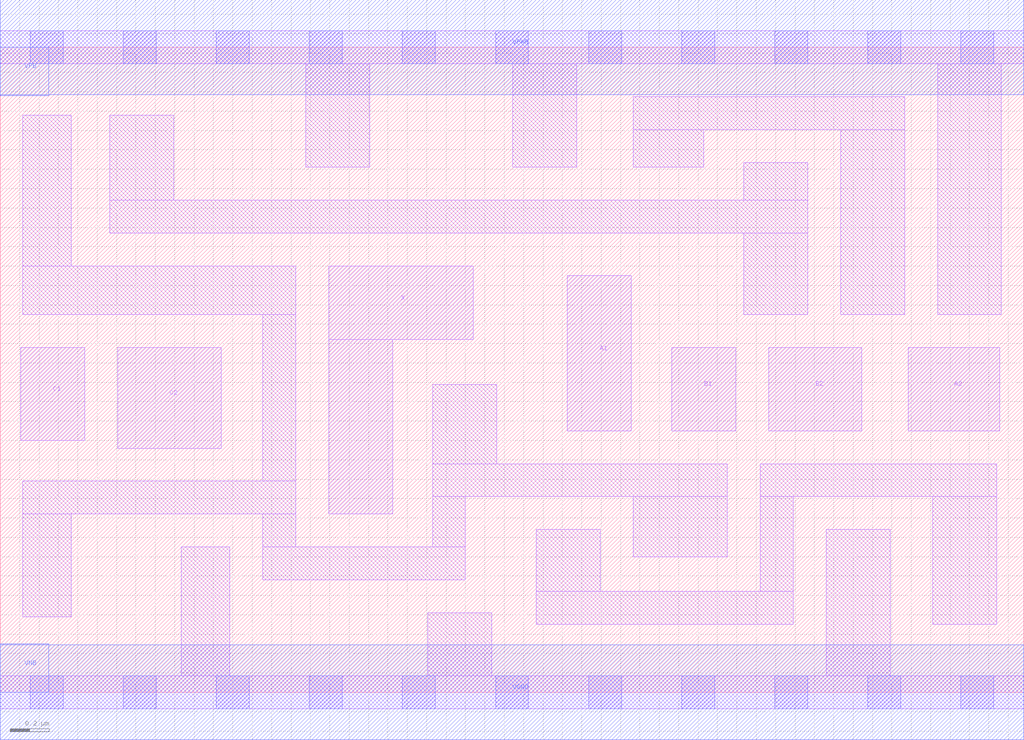
<source format=lef>
# Copyright 2020 The SkyWater PDK Authors
#
# Licensed under the Apache License, Version 2.0 (the "License");
# you may not use this file except in compliance with the License.
# You may obtain a copy of the License at
#
#     https://www.apache.org/licenses/LICENSE-2.0
#
# Unless required by applicable law or agreed to in writing, software
# distributed under the License is distributed on an "AS IS" BASIS,
# WITHOUT WARRANTIES OR CONDITIONS OF ANY KIND, either express or implied.
# See the License for the specific language governing permissions and
# limitations under the License.
#
# SPDX-License-Identifier: Apache-2.0

VERSION 5.5 ;
NAMESCASESENSITIVE ON ;
BUSBITCHARS "[]" ;
DIVIDERCHAR "/" ;
MACRO sky130_fd_sc_ms__a222o_2
  CLASS CORE ;
  SOURCE USER ;
  ORIGIN  0.000000  0.000000 ;
  SIZE  5.280000 BY  3.330000 ;
  SYMMETRY X Y ;
  SITE unit ;
  PIN A1
    ANTENNAGATEAREA  0.246000 ;
    DIRECTION INPUT ;
    USE SIGNAL ;
    PORT
      LAYER li1 ;
        RECT 2.925000 1.350000 3.255000 2.150000 ;
    END
  END A1
  PIN A2
    ANTENNAGATEAREA  0.246000 ;
    DIRECTION INPUT ;
    USE SIGNAL ;
    PORT
      LAYER li1 ;
        RECT 4.685000 1.350000 5.155000 1.780000 ;
    END
  END A2
  PIN B1
    ANTENNAGATEAREA  0.246000 ;
    DIRECTION INPUT ;
    USE SIGNAL ;
    PORT
      LAYER li1 ;
        RECT 3.465000 1.350000 3.795000 1.780000 ;
    END
  END B1
  PIN B2
    ANTENNAGATEAREA  0.246000 ;
    DIRECTION INPUT ;
    USE SIGNAL ;
    PORT
      LAYER li1 ;
        RECT 3.965000 1.350000 4.445000 1.780000 ;
    END
  END B2
  PIN C1
    ANTENNAGATEAREA  0.246000 ;
    DIRECTION INPUT ;
    USE SIGNAL ;
    PORT
      LAYER li1 ;
        RECT 0.105000 1.300000 0.435000 1.780000 ;
    END
  END C1
  PIN C2
    ANTENNAGATEAREA  0.246000 ;
    DIRECTION INPUT ;
    USE SIGNAL ;
    PORT
      LAYER li1 ;
        RECT 0.605000 1.260000 1.140000 1.780000 ;
    END
  END C2
  PIN X
    ANTENNADIFFAREA  0.543200 ;
    DIRECTION OUTPUT ;
    USE SIGNAL ;
    PORT
      LAYER li1 ;
        RECT 1.695000 0.920000 2.025000 1.820000 ;
        RECT 1.695000 1.820000 2.440000 2.200000 ;
    END
  END X
  PIN VGND
    DIRECTION INOUT ;
    USE GROUND ;
    PORT
      LAYER met1 ;
        RECT 0.000000 -0.245000 5.280000 0.245000 ;
    END
  END VGND
  PIN VNB
    DIRECTION INOUT ;
    USE GROUND ;
    PORT
      LAYER met1 ;
        RECT 0.000000 0.000000 0.250000 0.250000 ;
    END
  END VNB
  PIN VPB
    DIRECTION INOUT ;
    USE POWER ;
    PORT
      LAYER met1 ;
        RECT 0.000000 3.080000 0.250000 3.330000 ;
    END
  END VPB
  PIN VPWR
    DIRECTION INOUT ;
    USE POWER ;
    PORT
      LAYER met1 ;
        RECT 0.000000 3.085000 5.280000 3.575000 ;
    END
  END VPWR
  OBS
    LAYER li1 ;
      RECT 0.000000 -0.085000 5.280000 0.085000 ;
      RECT 0.000000  3.245000 5.280000 3.415000 ;
      RECT 0.115000  0.390000 0.365000 0.920000 ;
      RECT 0.115000  0.920000 1.525000 1.090000 ;
      RECT 0.115000  1.950000 1.525000 2.200000 ;
      RECT 0.115000  2.200000 0.365000 2.980000 ;
      RECT 0.565000  2.370000 4.165000 2.540000 ;
      RECT 0.565000  2.540000 0.895000 2.980000 ;
      RECT 0.935000  0.085000 1.185000 0.750000 ;
      RECT 1.355000  0.580000 2.400000 0.750000 ;
      RECT 1.355000  0.750000 1.525000 0.920000 ;
      RECT 1.355000  1.090000 1.525000 1.950000 ;
      RECT 1.575000  2.710000 1.905000 3.245000 ;
      RECT 2.205000  0.085000 2.535000 0.410000 ;
      RECT 2.230000  0.750000 2.400000 1.010000 ;
      RECT 2.230000  1.010000 3.750000 1.180000 ;
      RECT 2.230000  1.180000 2.560000 1.590000 ;
      RECT 2.645000  2.710000 2.975000 3.245000 ;
      RECT 2.765000  0.350000 4.090000 0.520000 ;
      RECT 2.765000  0.520000 3.095000 0.840000 ;
      RECT 3.265000  0.700000 3.750000 1.010000 ;
      RECT 3.265000  2.710000 3.630000 2.905000 ;
      RECT 3.265000  2.905000 4.665000 3.075000 ;
      RECT 3.835000  1.950000 4.165000 2.370000 ;
      RECT 3.835000  2.540000 4.165000 2.735000 ;
      RECT 3.920000  0.520000 4.090000 1.010000 ;
      RECT 3.920000  1.010000 5.140000 1.180000 ;
      RECT 4.260000  0.085000 4.590000 0.840000 ;
      RECT 4.335000  1.950000 4.665000 2.905000 ;
      RECT 4.810000  0.350000 5.140000 1.010000 ;
      RECT 4.835000  1.950000 5.165000 3.245000 ;
    LAYER mcon ;
      RECT 0.155000 -0.085000 0.325000 0.085000 ;
      RECT 0.155000  3.245000 0.325000 3.415000 ;
      RECT 0.635000 -0.085000 0.805000 0.085000 ;
      RECT 0.635000  3.245000 0.805000 3.415000 ;
      RECT 1.115000 -0.085000 1.285000 0.085000 ;
      RECT 1.115000  3.245000 1.285000 3.415000 ;
      RECT 1.595000 -0.085000 1.765000 0.085000 ;
      RECT 1.595000  3.245000 1.765000 3.415000 ;
      RECT 2.075000 -0.085000 2.245000 0.085000 ;
      RECT 2.075000  3.245000 2.245000 3.415000 ;
      RECT 2.555000 -0.085000 2.725000 0.085000 ;
      RECT 2.555000  3.245000 2.725000 3.415000 ;
      RECT 3.035000 -0.085000 3.205000 0.085000 ;
      RECT 3.035000  3.245000 3.205000 3.415000 ;
      RECT 3.515000 -0.085000 3.685000 0.085000 ;
      RECT 3.515000  3.245000 3.685000 3.415000 ;
      RECT 3.995000 -0.085000 4.165000 0.085000 ;
      RECT 3.995000  3.245000 4.165000 3.415000 ;
      RECT 4.475000 -0.085000 4.645000 0.085000 ;
      RECT 4.475000  3.245000 4.645000 3.415000 ;
      RECT 4.955000 -0.085000 5.125000 0.085000 ;
      RECT 4.955000  3.245000 5.125000 3.415000 ;
  END
END sky130_fd_sc_ms__a222o_2

</source>
